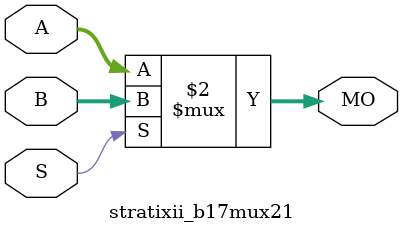
<source format=v>
module stratixii_b17mux21 (MO, A, B, S);
   input [16:0] A, B;
   input 	S;
   output [16:0] MO; 
   assign MO = (S == 1) ? B : A; 
endmodule
</source>
